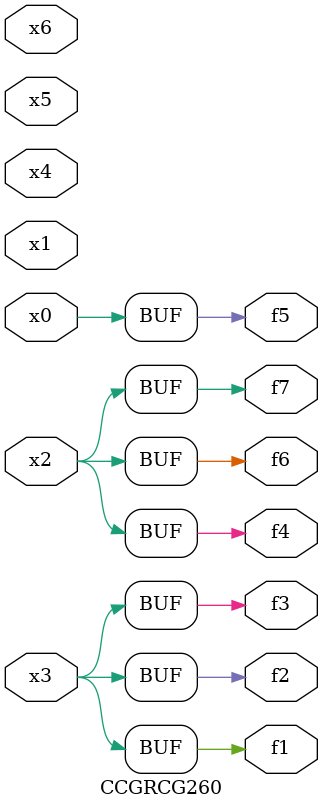
<source format=v>
module CCGRCG260(
	input x0, x1, x2, x3, x4, x5, x6,
	output f1, f2, f3, f4, f5, f6, f7
);
	assign f1 = x3;
	assign f2 = x3;
	assign f3 = x3;
	assign f4 = x2;
	assign f5 = x0;
	assign f6 = x2;
	assign f7 = x2;
endmodule

</source>
